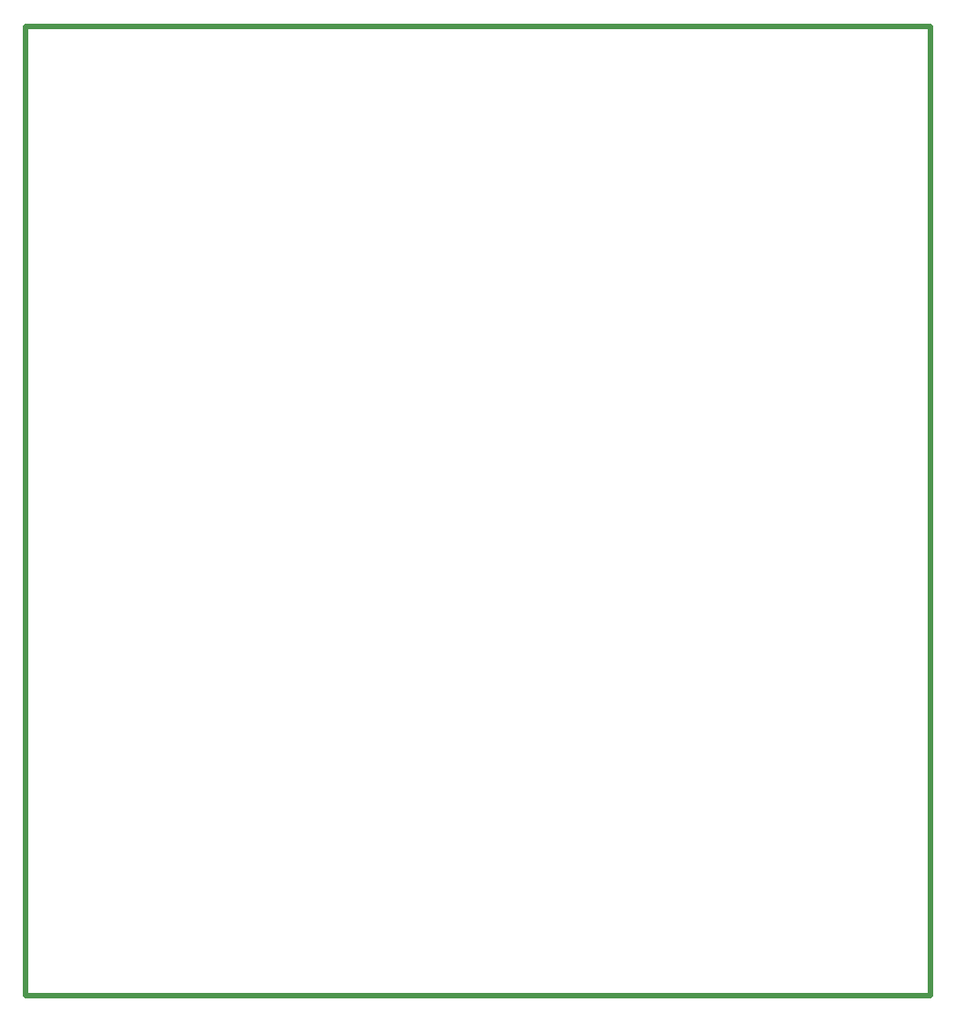
<source format=gbr>
%TF.GenerationSoftware,KiCad,Pcbnew,(5.1.4)-1*%
%TF.CreationDate,2019-11-01T19:47:46+08:00*%
%TF.ProjectId,AntennaSwitch_6x2,416e7465-6e6e-4615-9377-697463685f36,rev?*%
%TF.SameCoordinates,Original*%
%TF.FileFunction,Profile,NP*%
%FSLAX46Y46*%
G04 Gerber Fmt 4.6, Leading zero omitted, Abs format (unit mm)*
G04 Created by KiCad (PCBNEW (5.1.4)-1) date 2019-11-01 19:47:46*
%MOMM*%
%LPD*%
G04 APERTURE LIST*
%ADD10C,0.500000*%
G04 APERTURE END LIST*
D10*
X50000000Y-140000000D02*
X134000000Y-140000000D01*
X134000000Y-50000000D02*
X134000000Y-140000000D01*
X50000000Y-50000000D02*
X134000000Y-50000000D01*
X50000000Y-50000000D02*
X50000000Y-140000000D01*
M02*

</source>
